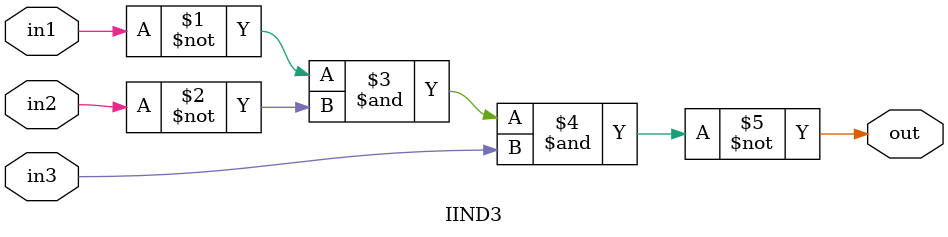
<source format=sv>
/* 3-input NAND with 2 inverted input.
 *
 *
 * <script type="WaveDrom">
 * { assign:[
 *   ["out",
 *     ["~&", "~in1", "~in2", "in3"]
 *   ]
 * ]}
 * </script>
 * 
 */
module IIND3 #(
    parameter WIDTH = 1
)(
    input  wire [WIDTH-1:0] in1,
    input  wire [WIDTH-1:0] in2,
    input  wire [WIDTH-1:0] in3,
    output wire [WIDTH-1:0] out
);

    assign out = ~(~in1 & ~in2 & in3);

endmodule

</source>
